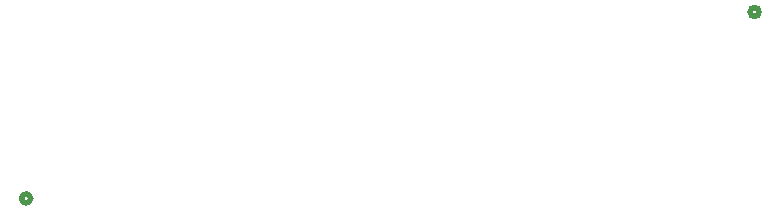
<source format=gbr>
%TF.GenerationSoftware,KiCad,Pcbnew,7.0.10*%
%TF.CreationDate,2024-03-29T16:51:17-04:00*%
%TF.ProjectId,WaveWise_PMIC,57617665-5769-4736-955f-504d49432e6b,rev?*%
%TF.SameCoordinates,Original*%
%TF.FileFunction,Legend,Bot*%
%TF.FilePolarity,Positive*%
%FSLAX46Y46*%
G04 Gerber Fmt 4.6, Leading zero omitted, Abs format (unit mm)*
G04 Created by KiCad (PCBNEW 7.0.10) date 2024-03-29 16:51:17*
%MOMM*%
%LPD*%
G01*
G04 APERTURE LIST*
%ADD10C,0.508000*%
G04 APERTURE END LIST*
D10*
%TO.C,J3*%
X71755000Y-105664000D02*
G75*
G03*
X70993000Y-105664000I-381000J0D01*
G01*
X70993000Y-105664000D02*
G75*
G03*
X71755000Y-105664000I381000J0D01*
G01*
%TO.C,J13*%
X133431000Y-89877900D02*
G75*
G03*
X132669000Y-89877900I-381000J0D01*
G01*
X132669000Y-89877900D02*
G75*
G03*
X133431000Y-89877900I381000J0D01*
G01*
%TD*%
M02*

</source>
